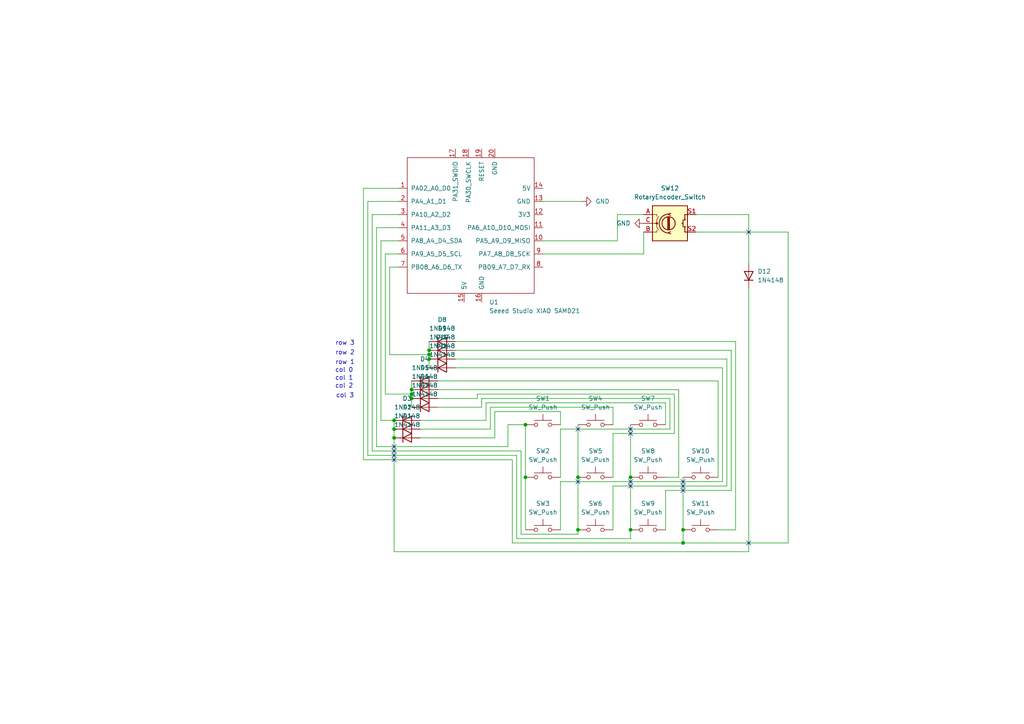
<source format=kicad_sch>
(kicad_sch (version 20231120) (generator "eeschema") (generator_version "8.0")
  (paper "A4")
  (lib_symbols
    (symbol "Device:RotaryEncoder_Switch" (pin_names (offset 0.254) hide)
      (property "Reference" "SW" (at 0 6.604 0))
      (property "Value" "RotaryEncoder_Switch" (at 0 -6.604 0))
      (symbol "RotaryEncoder_Switch_0_1"
        (rectangle (start -5.08 5.08) (end 5.08 -5.08) (stroke (width 0.254)) (fill (type background)))
        (circle (center -3.81 0) (radius 0.254) (fill (type outline)))
        (circle (center -0.381 0) (radius 1.905) (stroke (width 0.254)))
        (arc (start -0.381 2.667) (mid -3.0988 -0.0635) (end -0.381 -2.794) (stroke (width 0.254)))
        (polyline (pts (xy -0.635 -1.778) (xy -0.635 1.778)) (stroke (width 0.254)))
        (polyline (pts (xy -0.381 -1.778) (xy -0.381 1.778)) (stroke (width 0.254)))
        (polyline (pts (xy -0.127 1.778) (xy -0.127 -1.778)) (stroke (width 0.254)))
        (polyline (pts (xy 3.81 0) (xy 3.429 0)) (stroke (width 0.254)))
        (polyline (pts (xy 3.81 1.016) (xy 3.81 -1.016)) (stroke (width 0.254)))
        (polyline (pts (xy -5.08 -2.54) (xy -3.81 -2.54) (xy -3.81 -2.032)))
        (polyline (pts (xy -5.08 2.54) (xy -3.81 2.54) (xy -3.81 2.032)))
        (polyline (pts (xy 0.254 -3.048) (xy -0.508 -2.794) (xy 0.127 -2.413)) (stroke (width 0.254)))
        (polyline (pts (xy 0.254 2.921) (xy -0.508 2.667) (xy 0.127 2.286)) (stroke (width 0.254)))
        (polyline (pts (xy 5.08 -2.54) (xy 4.318 -2.54) (xy 4.318 -1.016)) (stroke (width 0.254)))
        (polyline (pts (xy 5.08 2.54) (xy 4.318 2.54) (xy 4.318 1.016)) (stroke (width 0.254)))
        (polyline (pts (xy -5.08 0) (xy -3.81 0) (xy -3.81 -1.016) (xy -3.302 -2.032)))
        (polyline (pts (xy -4.318 0) (xy -3.81 0) (xy -3.81 1.016) (xy -3.302 2.032)))
        (circle (center 4.318 -1.016) (radius 0.127) (stroke (width 0.254)))
        (circle (center 4.318 1.016) (radius 0.127) (stroke (width 0.254)))
      )
      (symbol "RotaryEncoder_Switch_1_1"
        (pin passive line (at -7.62 2.54 0) (length 2.54) (name "A") (number "A"))
        (pin passive line (at -7.62 -2.54 0) (length 2.54) (name "B") (number "B"))
        (pin passive line (at -7.62 0 0) (length 2.54) (name "C") (number "C"))
        (pin passive line (at 7.62 2.54 180) (length 2.54) (name "S1") (number "S1"))
        (pin passive line (at 7.62 -2.54 180) (length 2.54) (name "S2") (number "S2"))
      )
    )
    (symbol "Diode:1N4148" (pin_numbers hide) (pin_names hide)
      (property "Reference" "D" (at 0 2.54 0))
      (property "Value" "1N4148" (at 0 -2.54 0))
      (symbol "1N4148_0_1"
        (polyline (pts (xy -1.27 1.27) (xy -1.27 -1.27)) (stroke (width 0.254)))
        (polyline (pts (xy 1.27 0) (xy -1.27 0)))
        (polyline (pts (xy 1.27 1.27) (xy 1.27 -1.27) (xy -1.27 0) (xy 1.27 1.27)) (stroke (width 0.254)))
      )
      (symbol "1N4148_1_1"
        (pin passive line (at -3.81 0 0) (length 2.54) (name "K") (number "1"))
        (pin passive line (at 3.81 0 180) (length 2.54) (name "A") (number "2"))
      )
    )
    (symbol "Seeed_Studio_XIAO_Series:Seeed Studio XIAO SAMD21" (pin_names (offset 1.016))
      (property "Reference" "U" (at -19.05 22.86 0))
      (property "Value" "Seeed Studio XIAO SAMD21" (at -12.7 21.59 0))
      (symbol "Seeed Studio XIAO SAMD21_0_1"
        (rectangle (start -19.05 20.32) (end 17.78 -19.05))
      )
      (symbol "Seeed Studio XIAO SAMD21_1_1"
        (pin unspecified line (at -21.59 11.43 0) (length 2.54) (name "PA02_A0_D0") (number "1"))
        (pin unspecified line (at 20.32 -3.81 180) (length 2.54) (name "PA5_A9_D9_MISO") (number "10"))
        (pin unspecified line (at 20.32 0 180) (length 2.54) (name "PA6_A10_D10_MOSI") (number "11"))
        (pin unspecified line (at 20.32 3.81 180) (length 2.54) (name "3V3") (number "12"))
        (pin unspecified line (at 20.32 7.62 180) (length 2.54) (name "GND") (number "13"))
        (pin unspecified line (at 20.32 11.43 180) (length 2.54) (name "5V") (number "14"))
        (pin input line (at -2.54 -21.59 90) (length 2.54) (name "5V") (number "15"))
        (pin input line (at 2.54 -21.59 90) (length 2.54) (name "GND") (number "16"))
        (pin input line (at -5.08 22.86 270) (length 2.54) (name "PA31_SWDIO") (number "17"))
        (pin input line (at -1.27 22.86 270) (length 2.54) (name "PA30_SWCLK") (number "18"))
        (pin input line (at 2.54 22.86 270) (length 2.54) (name "RESET") (number "19"))
        (pin unspecified line (at -21.59 7.62 0) (length 2.54) (name "PA4_A1_D1") (number "2"))
        (pin input line (at 6.35 22.86 270) (length 2.54) (name "GND") (number "20"))
        (pin unspecified line (at -21.59 3.81 0) (length 2.54) (name "PA10_A2_D2") (number "3"))
        (pin unspecified line (at -21.59 0 0) (length 2.54) (name "PA11_A3_D3") (number "4"))
        (pin unspecified line (at -21.59 -3.81 0) (length 2.54) (name "PA8_A4_D4_SDA") (number "5"))
        (pin unspecified line (at -21.59 -7.62 0) (length 2.54) (name "PA9_A5_D5_SCL") (number "6"))
        (pin unspecified line (at -21.59 -11.43 0) (length 2.54) (name "PB08_A6_D6_TX") (number "7"))
        (pin unspecified line (at 20.32 -11.43 180) (length 2.54) (name "PB09_A7_D7_RX") (number "8"))
        (pin unspecified line (at 20.32 -7.62 180) (length 2.54) (name "PA7_A8_D8_SCK") (number "9"))
      )
    )
    (symbol "Switch:SW_Push" (pin_numbers hide) (pin_names (offset 1.016) hide)
      (property "Reference" "SW" (at 1.27 2.54 0))
      (property "Value" "SW_Push" (at 0 -1.524 0))
      (symbol "SW_Push_0_1"
        (circle (center -2.032 0) (radius 0.508))
        (polyline (pts (xy 0 1.27) (xy 0 3.048)))
        (polyline (pts (xy 2.54 1.27) (xy -2.54 1.27)))
        (circle (center 2.032 0) (radius 0.508))
        (pin passive line (at -5.08 0 0) (length 2.54) (name "1") (number "1"))
        (pin passive line (at 5.08 0 180) (length 2.54) (name "2") (number "2"))
      )
    )
    (symbol "power:GND" (power) (pin_numbers hide) (pin_names (offset 0) hide)
      (property "Value" "GND" (at 0 -3.81 0))
      (symbol "GND_0_1"
        (polyline (pts (xy 0 0) (xy 0 -1.27) (xy 1.27 -1.27) (xy 0 -2.54) (xy -1.27 -1.27) (xy 0 -1.27)))
      )
      (symbol "GND_1_1"
        (pin power_in line (at 0 0 270) (length 0) (name "~") (number "1"))
      )
    )
  )
  (junction (at 167.64 138.43))
  (junction (at 124.46 104.14))
  (junction (at 152.4 123.19))
  (junction (at 167.64 153.67))
  (junction (at 198.12 157.48))
  (junction (at 124.46 102.87))
  (junction (at 119.38 114.3))
  (junction (at 114.3 124.46))
  (junction (at 182.88 153.67))
  (junction (at 152.4 138.43))
  (junction (at 114.3 121.92))
  (junction (at 119.38 113.03))
  (junction (at 114.3 127))
  (junction (at 124.46 101.6))
  (junction (at 182.88 138.43))
  (junction (at 198.12 153.67))
  (junction (at 119.38 115.57))
  (no_connect (at 167.64 139.7))
  (no_connect (at 198.12 142.24))
  (no_connect (at 182.88 125.73))
  (no_connect (at 114.3 129.54))
  (no_connect (at 198.12 140.97))
  (no_connect (at 114.3 132.08))
  (no_connect (at 198.12 139.7))
  (no_connect (at 217.17 157.48))
  (no_connect (at 182.88 139.7))
  (no_connect (at 114.3 130.81))
  (no_connect (at 114.3 133.35))
  (no_connect (at 167.64 124.46))
  (no_connect (at 217.17 67.31))
  (no_connect (at 182.88 140.97))
  (no_connect (at 182.88 124.46))
  (wire (pts (xy 151.13 154.94) (xy 167.64 154.94)))
  (wire (pts (xy 124.46 101.6) (xy 124.46 102.87)))
  (wire (pts (xy 186.69 62.23) (xy 179.07 62.23)))
  (wire (pts (xy 162.56 119.38) (xy 143.51 119.38)))
  (wire (pts (xy 142.24 124.46) (xy 121.92 124.46)))
  (wire (pts (xy 194.31 115.57) (xy 139.7 115.57)))
  (wire (pts (xy 114.3 160.02) (xy 217.17 160.02)))
  (wire (pts (xy 208.28 153.67) (xy 213.36 153.67)))
  (wire (pts (xy 139.7 118.11) (xy 127 118.11)))
  (wire (pts (xy 119.38 115.57) (xy 119.38 118.11)))
  (wire (pts (xy 162.56 124.46) (xy 194.31 124.46)))
  (wire (pts (xy 106.68 132.08) (xy 149.86 132.08)))
  (wire (pts (xy 106.68 58.42) (xy 106.68 132.08)))
  (wire (pts (xy 115.57 66.04) (xy 109.22 66.04)))
  (wire (pts (xy 110.49 69.85) (xy 110.49 121.92)))
  (wire (pts (xy 177.8 153.67) (xy 177.8 140.97)))
  (wire (pts (xy 147.32 123.19) (xy 152.4 123.19)))
  (wire (pts (xy 124.46 99.06) (xy 124.46 101.6)))
  (wire (pts (xy 182.88 138.43) (xy 182.88 153.67)))
  (wire (pts (xy 105.41 54.61) (xy 105.41 133.35)))
  (wire (pts (xy 152.4 138.43) (xy 152.4 153.67)))
  (wire (pts (xy 167.64 154.94) (xy 167.64 153.67)))
  (wire (pts (xy 194.31 124.46) (xy 194.31 115.57)))
  (wire (pts (xy 115.57 54.61) (xy 105.41 54.61)))
  (wire (pts (xy 186.69 73.66) (xy 157.48 73.66)))
  (wire (pts (xy 186.69 67.31) (xy 186.69 73.66)))
  (wire (pts (xy 138.43 115.57) (xy 127 115.57)))
  (wire (pts (xy 193.04 116.84) (xy 140.97 116.84)))
  (wire (pts (xy 119.38 114.3) (xy 119.38 115.57)))
  (wire (pts (xy 193.04 142.24) (xy 212.09 142.24)))
  (wire (pts (xy 115.57 77.47) (xy 113.03 77.47)))
  (wire (pts (xy 147.32 129.54) (xy 147.32 123.19)))
  (wire (pts (xy 148.59 157.48) (xy 198.12 157.48)))
  (wire (pts (xy 157.48 58.42) (xy 168.91 58.42)))
  (wire (pts (xy 217.17 83.82) (xy 217.17 160.02)))
  (wire (pts (xy 119.38 113.03) (xy 119.38 114.3)))
  (wire (pts (xy 114.3 124.46) (xy 114.3 127)))
  (wire (pts (xy 151.13 130.81) (xy 151.13 154.94)))
  (wire (pts (xy 195.58 114.3) (xy 138.43 114.3)))
  (wire (pts (xy 198.12 157.48) (xy 228.6 157.48)))
  (wire (pts (xy 196.85 113.03) (xy 127 113.03)))
  (wire (pts (xy 109.22 129.54) (xy 147.32 129.54)))
  (wire (pts (xy 149.86 156.21) (xy 182.88 156.21)))
  (wire (pts (xy 177.8 140.97) (xy 210.82 140.97)))
  (wire (pts (xy 162.56 138.43) (xy 162.56 124.46)))
  (wire (pts (xy 110.49 121.92) (xy 114.3 121.92)))
  (wire (pts (xy 209.55 139.7) (xy 209.55 106.68)))
  (wire (pts (xy 149.86 132.08) (xy 149.86 156.21)))
  (wire (pts (xy 124.46 104.14) (xy 124.46 106.68)))
  (wire (pts (xy 177.8 125.73) (xy 195.58 125.73)))
  (wire (pts (xy 196.85 138.43) (xy 196.85 113.03)))
  (wire (pts (xy 208.28 138.43) (xy 208.28 110.49)))
  (wire (pts (xy 107.95 130.81) (xy 151.13 130.81)))
  (wire (pts (xy 210.82 140.97) (xy 210.82 104.14)))
  (wire (pts (xy 124.46 102.87) (xy 124.46 104.14)))
  (wire (pts (xy 217.17 62.23) (xy 217.17 76.2)))
  (wire (pts (xy 162.56 123.19) (xy 162.56 119.38)))
  (wire (pts (xy 148.59 133.35) (xy 148.59 157.48)))
  (wire (pts (xy 162.56 139.7) (xy 209.55 139.7)))
  (wire (pts (xy 107.95 62.23) (xy 107.95 130.81)))
  (wire (pts (xy 208.28 110.49) (xy 127 110.49)))
  (wire (pts (xy 162.56 153.67) (xy 162.56 139.7)))
  (wire (pts (xy 167.64 138.43) (xy 167.64 153.67)))
  (wire (pts (xy 198.12 153.67) (xy 198.12 138.43)))
  (wire (pts (xy 212.09 101.6) (xy 132.08 101.6)))
  (wire (pts (xy 113.03 77.47) (xy 113.03 102.87)))
  (wire (pts (xy 138.43 114.3) (xy 138.43 115.57)))
  (wire (pts (xy 111.76 114.3) (xy 119.38 114.3)))
  (wire (pts (xy 143.51 119.38) (xy 143.51 127)))
  (wire (pts (xy 182.88 123.19) (xy 182.88 138.43)))
  (wire (pts (xy 177.8 138.43) (xy 177.8 125.73)))
  (wire (pts (xy 142.24 118.11) (xy 142.24 124.46)))
  (wire (pts (xy 210.82 104.14) (xy 132.08 104.14)))
  (wire (pts (xy 143.51 127) (xy 121.92 127)))
  (wire (pts (xy 213.36 99.06) (xy 132.08 99.06)))
  (wire (pts (xy 177.8 123.19) (xy 177.8 118.11)))
  (wire (pts (xy 201.93 62.23) (xy 217.17 62.23)))
  (wire (pts (xy 111.76 73.66) (xy 111.76 114.3)))
  (wire (pts (xy 193.04 138.43) (xy 196.85 138.43)))
  (wire (pts (xy 201.93 67.31) (xy 228.6 67.31)))
  (wire (pts (xy 177.8 118.11) (xy 142.24 118.11)))
  (wire (pts (xy 152.4 123.19) (xy 152.4 138.43)))
  (wire (pts (xy 213.36 153.67) (xy 213.36 99.06)))
  (wire (pts (xy 182.88 156.21) (xy 182.88 153.67)))
  (wire (pts (xy 139.7 115.57) (xy 139.7 118.11)))
  (wire (pts (xy 115.57 73.66) (xy 111.76 73.66)))
  (wire (pts (xy 198.12 157.48) (xy 198.12 153.67)))
  (wire (pts (xy 179.07 69.85) (xy 157.48 69.85)))
  (wire (pts (xy 113.03 102.87) (xy 124.46 102.87)))
  (wire (pts (xy 195.58 125.73) (xy 195.58 114.3)))
  (wire (pts (xy 212.09 142.24) (xy 212.09 101.6)))
  (wire (pts (xy 119.38 110.49) (xy 119.38 113.03)))
  (wire (pts (xy 115.57 58.42) (xy 106.68 58.42)))
  (wire (pts (xy 193.04 153.67) (xy 193.04 142.24)))
  (wire (pts (xy 140.97 121.92) (xy 121.92 121.92)))
  (wire (pts (xy 228.6 157.48) (xy 228.6 67.31)))
  (wire (pts (xy 115.57 69.85) (xy 110.49 69.85)))
  (wire (pts (xy 114.3 127) (xy 114.3 160.02)))
  (wire (pts (xy 209.55 106.68) (xy 132.08 106.68)))
  (wire (pts (xy 109.22 66.04) (xy 109.22 129.54)))
  (wire (pts (xy 193.04 123.19) (xy 193.04 116.84)))
  (wire (pts (xy 167.64 123.19) (xy 167.64 138.43)))
  (wire (pts (xy 115.57 62.23) (xy 107.95 62.23)))
  (wire (pts (xy 114.3 121.92) (xy 114.3 124.46)))
  (wire (pts (xy 140.97 116.84) (xy 140.97 121.92)))
  (wire (pts (xy 179.07 62.23) (xy 179.07 69.85)))
  (wire (pts (xy 105.41 133.35) (xy 148.59 133.35)))
  (text "row 1" (at 100.076 105.156 0) (effects (font (size 1.27 1.27))))
  (text "row 3" (at 100.076 99.568 0) (effects (font (size 1.27 1.27))))
  (text "col 3" (at 100.076 114.808 0) (effects (font (size 1.27 1.27))))
  (text "col 1" (at 99.822 109.728 0) (effects (font (size 1.27 1.27))))
  (text "col 2" (at 99.822 112.014 0) (effects (font (size 1.27 1.27))))
  (text "col 0" (at 99.822 107.442 0) (effects (font (size 1.27 1.27))))
  (text "row 2" (at 100.076 102.362 0) (effects (font (size 1.27 1.27))))
  (symbol (lib_id "Diode:1N4148") (at 123.19 115.57 0) (unit 1)
    (property "Reference" "D6" (at 123.19 109.22 0))
    (property "Value" "1N4148" (at 123.19 111.76 0))
    (property "Footprint" "Diode_THT:D_DO-35_SOD27_P7.62mm_Horizontal" (effects (hide yes)))
    (property "Datasheet" "https://assets.nexperia.com/documents/data-sheet/1N4148_1N4448.pdf" (effects (hide yes)))
    (property "Description" "100V 0.15A standard switching diode, DO-35" (effects (hide yes)))
    (property "Sim.Device" "D" (effects (hide yes)))
    (property "Sim.Pins" "1=K 2=A" (effects (hide yes)))
  )
  (symbol (lib_id "Switch:SW_Push") (at 172.72 123.19 0) (unit 1)
    (property "Reference" "SW4" (at 172.72 115.57 0))
    (property "Value" "SW_Push" (at 172.72 118.11 0))
    (property "Footprint" "Button_Switch_Keyboard:SW_Cherry_MX_1.00u_PCB" (effects (hide yes)))
    (property "Description" "Push button switch, generic, two pins" (effects (hide yes)))
  )
  (symbol (lib_id "Diode:1N4148") (at 128.27 99.06 0) (unit 1)
    (property "Reference" "D8" (at 128.27 92.71 0))
    (property "Value" "1N4148" (at 128.27 95.25 0))
    (property "Footprint" "Diode_THT:D_DO-35_SOD27_P7.62mm_Horizontal" (effects (hide yes)))
    (property "Datasheet" "https://assets.nexperia.com/documents/data-sheet/1N4148_1N4448.pdf" (effects (hide yes)))
    (property "Description" "100V 0.15A standard switching diode, DO-35" (effects (hide yes)))
    (property "Sim.Device" "D" (effects (hide yes)))
    (property "Sim.Pins" "1=K 2=A" (effects (hide yes)))
  )
  (symbol (lib_id "power:GND") (at 186.69 64.77 270) (unit 1)
    (property "Reference" "#PWR03" (effects (hide yes)))
    (property "Value" "GND" (at 182.88 64.7699 90) (effects (justify right)))
    (property "Description" "Power symbol creates a global label with name \"GND\" , ground" (effects (hide yes)))
  )
  (symbol (lib_id "Diode:1N4148") (at 123.19 113.03 0) (unit 1)
    (property "Reference" "D5" (at 123.19 106.68 0))
    (property "Value" "1N4148" (at 123.19 109.22 0))
    (property "Footprint" "Diode_THT:D_DO-35_SOD27_P7.62mm_Horizontal" (effects (hide yes)))
    (property "Datasheet" "https://assets.nexperia.com/documents/data-sheet/1N4148_1N4448.pdf" (effects (hide yes)))
    (property "Description" "100V 0.15A standard switching diode, DO-35" (effects (hide yes)))
    (property "Sim.Device" "D" (effects (hide yes)))
    (property "Sim.Pins" "1=K 2=A" (effects (hide yes)))
  )
  (symbol (lib_id "Diode:1N4148") (at 217.17 80.01 90) (unit 1)
    (property "Reference" "D12" (at 219.71 78.7399 90) (effects (justify right)))
    (property "Value" "1N4148" (at 219.71 81.2799 90) (effects (justify right)))
    (property "Footprint" "Diode_THT:D_DO-35_SOD27_P7.62mm_Horizontal" (effects (hide yes)))
    (property "Datasheet" "https://assets.nexperia.com/documents/data-sheet/1N4148_1N4448.pdf" (effects (hide yes)))
    (property "Description" "100V 0.15A standard switching diode, DO-35" (effects (hide yes)))
    (property "Sim.Device" "D" (effects (hide yes)))
    (property "Sim.Pins" "1=K 2=A" (effects (hide yes)))
  )
  (symbol (lib_id "Switch:SW_Push") (at 203.2 138.43 0) (unit 1)
    (property "Reference" "SW10" (at 203.2 130.81 0))
    (property "Value" "SW_Push" (at 203.2 133.35 0))
    (property "Footprint" "Button_Switch_Keyboard:SW_Cherry_MX_1.00u_PCB" (effects (hide yes)))
    (property "Description" "Push button switch, generic, two pins" (effects (hide yes)))
  )
  (symbol (lib_id "Switch:SW_Push") (at 157.48 153.67 0) (unit 1)
    (property "Reference" "SW3" (at 157.48 146.05 0))
    (property "Value" "SW_Push" (at 157.48 148.59 0))
    (property "Footprint" "Button_Switch_Keyboard:SW_Cherry_MX_1.00u_PCB" (effects (hide yes)))
    (property "Description" "Push button switch, generic, two pins" (effects (hide yes)))
  )
  (symbol (lib_id "Diode:1N4148") (at 128.27 101.6 0) (unit 1)
    (property "Reference" "D9" (at 128.27 95.25 0))
    (property "Value" "1N4148" (at 128.27 97.79 0))
    (property "Footprint" "Diode_THT:D_DO-35_SOD27_P7.62mm_Horizontal" (effects (hide yes)))
    (property "Datasheet" "https://assets.nexperia.com/documents/data-sheet/1N4148_1N4448.pdf" (effects (hide yes)))
    (property "Description" "100V 0.15A standard switching diode, DO-35" (effects (hide yes)))
    (property "Sim.Device" "D" (effects (hide yes)))
    (property "Sim.Pins" "1=K 2=A" (effects (hide yes)))
  )
  (symbol (lib_id "Device:RotaryEncoder_Switch") (at 194.31 64.77 0) (unit 1)
    (property "Reference" "SW12" (at 194.31 54.61 0))
    (property "Value" "RotaryEncoder_Switch" (at 194.31 57.15 0))
    (property "Footprint" "rotaryenc:RotaryEncoder_Alps_EC11E-Switch_Vertical_H20mm" (effects (hide yes)))
    (property "Description" "Rotary encoder, dual channel, incremental quadrate outputs, with switch" (effects (hide yes)))
  )
  (symbol (lib_id "Switch:SW_Push") (at 172.72 138.43 0) (unit 1)
    (property "Reference" "SW5" (at 172.72 130.81 0))
    (property "Value" "SW_Push" (at 172.72 133.35 0))
    (property "Footprint" "Button_Switch_Keyboard:SW_Cherry_MX_1.00u_PCB" (effects (hide yes)))
    (property "Description" "Push button switch, generic, two pins" (effects (hide yes)))
  )
  (symbol (lib_id "Switch:SW_Push") (at 203.2 153.67 0) (unit 1)
    (property "Reference" "SW11" (at 203.2 146.05 0))
    (property "Value" "SW_Push" (at 203.2 148.59 0))
    (property "Footprint" "Button_Switch_Keyboard:SW_Cherry_MX_1.00u_PCB" (effects (hide yes)))
    (property "Description" "Push button switch, generic, two pins" (effects (hide yes)))
  )
  (symbol (lib_id "Diode:1N4148") (at 118.11 121.92 0) (unit 1)
    (property "Reference" "D3" (at 118.11 115.57 0))
    (property "Value" "1N4148" (at 118.11 118.11 0))
    (property "Footprint" "Diode_THT:D_DO-35_SOD27_P7.62mm_Horizontal" (effects (hide yes)))
    (property "Datasheet" "https://assets.nexperia.com/documents/data-sheet/1N4148_1N4448.pdf" (effects (hide yes)))
    (property "Description" "100V 0.15A standard switching diode, DO-35" (effects (hide yes)))
    (property "Sim.Device" "D" (effects (hide yes)))
    (property "Sim.Pins" "1=K 2=A" (effects (hide yes)))
  )
  (symbol (lib_id "Switch:SW_Push") (at 157.48 138.43 0) (unit 1)
    (property "Reference" "SW2" (at 157.48 130.81 0))
    (property "Value" "SW_Push" (at 157.48 133.35 0))
    (property "Footprint" "Button_Switch_Keyboard:SW_Cherry_MX_1.00u_PCB" (effects (hide yes)))
    (property "Description" "Push button switch, generic, two pins" (effects (hide yes)))
  )
  (symbol (lib_id "Seeed_Studio_XIAO_Series:Seeed Studio XIAO SAMD21") (at 137.16 66.04 0) (unit 1)
    (property "Reference" "U1" (at 141.8941 87.63 0) (effects (justify left)))
    (property "Value" "Seeed Studio XIAO SAMD21" (at 141.8941 90.17 0) (effects (justify left)))
    (property "Footprint" "XIAO_PCB:MOUDLE14P-2.54-21X17.8MM" (effects (hide yes)))
  )
  (symbol (lib_id "Switch:SW_Push") (at 172.72 153.67 0) (unit 1)
    (property "Reference" "SW6" (at 172.72 146.05 0))
    (property "Value" "SW_Push" (at 172.72 148.59 0))
    (property "Footprint" "Button_Switch_Keyboard:SW_Cherry_MX_1.00u_PCB" (effects (hide yes)))
    (property "Description" "Push button switch, generic, two pins" (effects (hide yes)))
  )
  (symbol (lib_id "Diode:1N4148") (at 128.27 104.14 0) (unit 1)
    (property "Reference" "D10" (at 128.27 97.79 0))
    (property "Value" "1N4148" (at 128.27 100.33 0))
    (property "Footprint" "Diode_THT:D_DO-35_SOD27_P7.62mm_Horizontal" (effects (hide yes)))
    (property "Datasheet" "https://assets.nexperia.com/documents/data-sheet/1N4148_1N4448.pdf" (effects (hide yes)))
    (property "Description" "100V 0.15A standard switching diode, DO-35" (effects (hide yes)))
    (property "Sim.Device" "D" (effects (hide yes)))
    (property "Sim.Pins" "1=K 2=A" (effects (hide yes)))
  )
  (symbol (lib_id "Diode:1N4148") (at 118.11 127 0) (unit 1)
    (property "Reference" "D1" (at 118.11 120.65 0))
    (property "Value" "1N4148" (at 118.11 123.19 0))
    (property "Footprint" "Diode_THT:D_DO-35_SOD27_P7.62mm_Horizontal" (effects (hide yes)))
    (property "Datasheet" "https://assets.nexperia.com/documents/data-sheet/1N4148_1N4448.pdf" (effects (hide yes)))
    (property "Description" "100V 0.15A standard switching diode, DO-35" (effects (hide yes)))
    (property "Sim.Device" "D" (effects (hide yes)))
    (property "Sim.Pins" "1=K 2=A" (effects (hide yes)))
  )
  (symbol (lib_id "Switch:SW_Push") (at 187.96 138.43 0) (unit 1)
    (property "Reference" "SW8" (at 187.96 130.81 0))
    (property "Value" "SW_Push" (at 187.96 133.35 0))
    (property "Footprint" "Button_Switch_Keyboard:SW_Cherry_MX_1.00u_PCB" (effects (hide yes)))
    (property "Description" "Push button switch, generic, two pins" (effects (hide yes)))
  )
  (symbol (lib_id "Diode:1N4148") (at 118.11 124.46 0) (unit 1)
    (property "Reference" "D2" (at 118.11 118.11 0))
    (property "Value" "1N4148" (at 118.11 120.65 0))
    (property "Footprint" "Diode_THT:D_DO-35_SOD27_P7.62mm_Horizontal" (effects (hide yes)))
    (property "Datasheet" "https://assets.nexperia.com/documents/data-sheet/1N4148_1N4448.pdf" (effects (hide yes)))
    (property "Description" "100V 0.15A standard switching diode, DO-35" (effects (hide yes)))
    (property "Sim.Device" "D" (effects (hide yes)))
    (property "Sim.Pins" "1=K 2=A" (effects (hide yes)))
  )
  (symbol (lib_id "power:GND") (at 168.91 58.42 90) (unit 1)
    (property "Reference" "#PWR01" (effects (hide yes)))
    (property "Value" "GND" (at 172.72 58.4199 90) (effects (justify right)))
    (property "Description" "Power symbol creates a global label with name \"GND\" , ground" (effects (hide yes)))
  )
  (symbol (lib_id "Diode:1N4148") (at 123.19 118.11 0) (unit 1)
    (property "Reference" "D7" (at 123.19 111.76 0))
    (property "Value" "1N4148" (at 123.19 114.3 0))
    (property "Footprint" "Diode_THT:D_DO-35_SOD27_P7.62mm_Horizontal" (effects (hide yes)))
    (property "Datasheet" "https://assets.nexperia.com/documents/data-sheet/1N4148_1N4448.pdf" (effects (hide yes)))
    (property "Description" "100V 0.15A standard switching diode, DO-35" (effects (hide yes)))
    (property "Sim.Device" "D" (effects (hide yes)))
    (property "Sim.Pins" "1=K 2=A" (effects (hide yes)))
  )
  (symbol (lib_id "Switch:SW_Push") (at 157.48 123.19 0) (unit 1)
    (property "Reference" "SW1" (at 157.48 115.57 0))
    (property "Value" "SW_Push" (at 157.48 118.11 0))
    (property "Footprint" "Button_Switch_Keyboard:SW_Cherry_MX_1.00u_PCB" (effects (hide yes)))
    (property "Description" "Push button switch, generic, two pins" (effects (hide yes)))
  )
  (symbol (lib_id "Switch:SW_Push") (at 187.96 123.19 0) (unit 1)
    (property "Reference" "SW7" (at 187.96 115.57 0))
    (property "Value" "SW_Push" (at 187.96 118.11 0))
    (property "Footprint" "Button_Switch_Keyboard:SW_Cherry_MX_1.00u_PCB" (effects (hide yes)))
    (property "Description" "Push button switch, generic, two pins" (effects (hide yes)))
  )
  (symbol (lib_id "Diode:1N4148") (at 123.19 110.49 0) (unit 1)
    (property "Reference" "D4" (at 123.19 104.14 0))
    (property "Value" "1N4148" (at 123.19 106.68 0))
    (property "Footprint" "Diode_THT:D_DO-35_SOD27_P7.62mm_Horizontal" (effects (hide yes)))
    (property "Datasheet" "https://assets.nexperia.com/documents/data-sheet/1N4148_1N4448.pdf" (effects (hide yes)))
    (property "Description" "100V 0.15A standard switching diode, DO-35" (effects (hide yes)))
    (property "Sim.Device" "D" (effects (hide yes)))
    (property "Sim.Pins" "1=K 2=A" (effects (hide yes)))
  )
  (symbol (lib_id "Diode:1N4148") (at 128.27 106.68 0) (unit 1)
    (property "Reference" "D11" (at 128.27 100.33 0))
    (property "Value" "1N4148" (at 128.27 102.87 0))
    (property "Footprint" "Diode_THT:D_DO-35_SOD27_P7.62mm_Horizontal" (effects (hide yes)))
    (property "Datasheet" "https://assets.nexperia.com/documents/data-sheet/1N4148_1N4448.pdf" (effects (hide yes)))
    (property "Description" "100V 0.15A standard switching diode, DO-35" (effects (hide yes)))
    (property "Sim.Device" "D" (effects (hide yes)))
    (property "Sim.Pins" "1=K 2=A" (effects (hide yes)))
  )
  (symbol (lib_id "Switch:SW_Push") (at 187.96 153.67 0) (unit 1)
    (property "Reference" "SW9" (at 187.96 146.05 0))
    (property "Value" "SW_Push" (at 187.96 148.59 0))
    (property "Footprint" "Button_Switch_Keyboard:SW_Cherry_MX_1.00u_PCB" (effects (hide yes)))
    (property "Description" "Push button switch, generic, two pins" (effects (hide yes)))
  )
)
</source>
